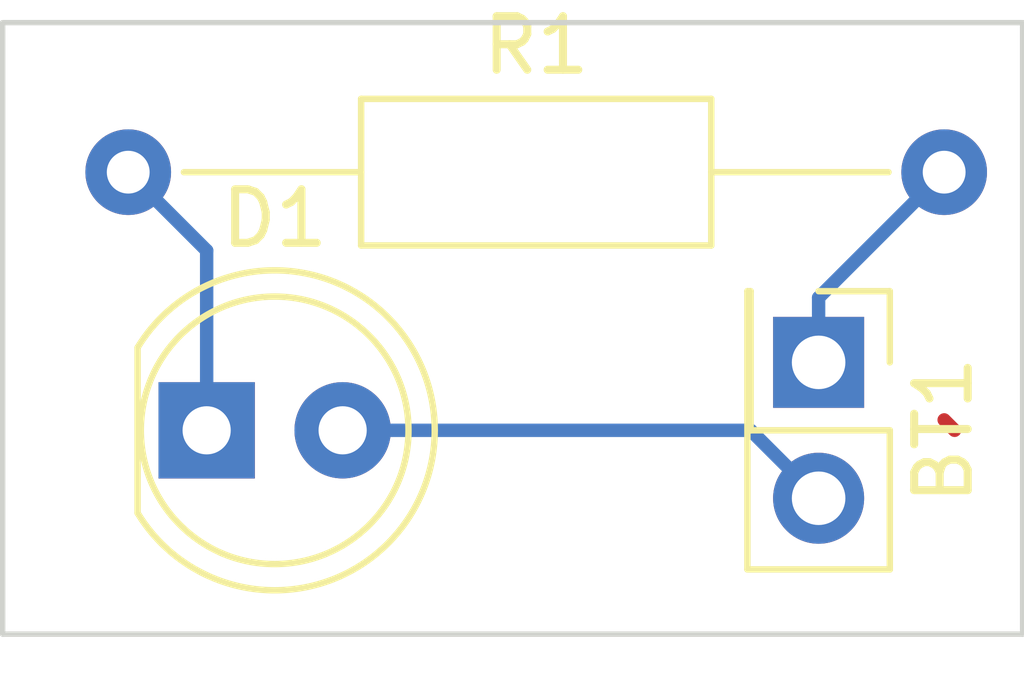
<source format=kicad_pcb>
(kicad_pcb (version 20171130) (host pcbnew "(5.1.12)-1")

  (general
    (thickness 1.6)
    (drawings 4)
    (tracks 8)
    (zones 0)
    (modules 3)
    (nets 4)
  )

  (page A4)
  (layers
    (0 F.Cu signal)
    (31 B.Cu signal)
    (32 B.Adhes user)
    (33 F.Adhes user)
    (34 B.Paste user)
    (35 F.Paste user)
    (36 B.SilkS user)
    (37 F.SilkS user)
    (38 B.Mask user)
    (39 F.Mask user)
    (40 Dwgs.User user)
    (41 Cmts.User user)
    (42 Eco1.User user)
    (43 Eco2.User user)
    (44 Edge.Cuts user)
    (45 Margin user)
    (46 B.CrtYd user)
    (47 F.CrtYd user)
    (48 B.Fab user)
    (49 F.Fab user)
  )

  (setup
    (last_trace_width 0.25)
    (trace_clearance 0.2)
    (zone_clearance 0.508)
    (zone_45_only no)
    (trace_min 0.2)
    (via_size 0.8)
    (via_drill 0.4)
    (via_min_size 0.4)
    (via_min_drill 0.3)
    (uvia_size 0.3)
    (uvia_drill 0.1)
    (uvias_allowed no)
    (uvia_min_size 0.2)
    (uvia_min_drill 0.1)
    (edge_width 0.05)
    (segment_width 0.2)
    (pcb_text_width 0.3)
    (pcb_text_size 1.5 1.5)
    (mod_edge_width 0.12)
    (mod_text_size 1 1)
    (mod_text_width 0.15)
    (pad_size 1.524 1.524)
    (pad_drill 0.762)
    (pad_to_mask_clearance 0)
    (aux_axis_origin 0 0)
    (visible_elements FFFFFF7F)
    (pcbplotparams
      (layerselection 0x010fc_ffffffff)
      (usegerberextensions false)
      (usegerberattributes true)
      (usegerberadvancedattributes true)
      (creategerberjobfile true)
      (excludeedgelayer true)
      (linewidth 0.100000)
      (plotframeref false)
      (viasonmask false)
      (mode 1)
      (useauxorigin false)
      (hpglpennumber 1)
      (hpglpenspeed 20)
      (hpglpendiameter 15.000000)
      (psnegative false)
      (psa4output false)
      (plotreference true)
      (plotvalue true)
      (plotinvisibletext false)
      (padsonsilk false)
      (subtractmaskfromsilk false)
      (outputformat 1)
      (mirror false)
      (drillshape 1)
      (scaleselection 1)
      (outputdirectory ""))
  )

  (net 0 "")
  (net 1 "Net-(BT1-Pad1)")
  (net 2 "Net-(BT1-Pad2)")
  (net 3 "Net-(D1-Pad1)")

  (net_class Default "This is the default net class."
    (clearance 0.2)
    (trace_width 0.25)
    (via_dia 0.8)
    (via_drill 0.4)
    (uvia_dia 0.3)
    (uvia_drill 0.1)
    (add_net "Net-(BT1-Pad1)")
    (add_net "Net-(BT1-Pad2)")
    (add_net "Net-(D1-Pad1)")
  )

  (module Connector_PinHeader_2.54mm:PinHeader_2x01_P2.54mm_Vertical (layer F.Cu) (tedit 59FED5CC) (tstamp 61C2B654)
    (at 132.08 96.52 270)
    (descr "Through hole straight pin header, 2x01, 2.54mm pitch, double rows")
    (tags "Through hole pin header THT 2x01 2.54mm double row")
    (path /61C2851F)
    (fp_text reference BT1 (at 1.27 -2.33 90) (layer F.SilkS)
      (effects (font (size 1 1) (thickness 0.15)))
    )
    (fp_text value 9V (at 1.27 2.33 90) (layer F.Fab)
      (effects (font (size 1 1) (thickness 0.15)))
    )
    (fp_line (start 4.35 -1.8) (end -1.8 -1.8) (layer F.CrtYd) (width 0.05))
    (fp_line (start 4.35 1.8) (end 4.35 -1.8) (layer F.CrtYd) (width 0.05))
    (fp_line (start -1.8 1.8) (end 4.35 1.8) (layer F.CrtYd) (width 0.05))
    (fp_line (start -1.8 -1.8) (end -1.8 1.8) (layer F.CrtYd) (width 0.05))
    (fp_line (start -1.33 -1.33) (end 0 -1.33) (layer F.SilkS) (width 0.12))
    (fp_line (start -1.33 0) (end -1.33 -1.33) (layer F.SilkS) (width 0.12))
    (fp_line (start 1.27 -1.33) (end 3.87 -1.33) (layer F.SilkS) (width 0.12))
    (fp_line (start 1.27 1.27) (end 1.27 -1.33) (layer F.SilkS) (width 0.12))
    (fp_line (start -1.33 1.27) (end 1.27 1.27) (layer F.SilkS) (width 0.12))
    (fp_line (start 3.87 -1.33) (end 3.87 1.33) (layer F.SilkS) (width 0.12))
    (fp_line (start -1.33 1.27) (end -1.33 1.33) (layer F.SilkS) (width 0.12))
    (fp_line (start -1.33 1.33) (end 3.87 1.33) (layer F.SilkS) (width 0.12))
    (fp_line (start -1.27 0) (end 0 -1.27) (layer F.Fab) (width 0.1))
    (fp_line (start -1.27 1.27) (end -1.27 0) (layer F.Fab) (width 0.1))
    (fp_line (start 3.81 1.27) (end -1.27 1.27) (layer F.Fab) (width 0.1))
    (fp_line (start 3.81 -1.27) (end 3.81 1.27) (layer F.Fab) (width 0.1))
    (fp_line (start 0 -1.27) (end 3.81 -1.27) (layer F.Fab) (width 0.1))
    (fp_text user %R (at 1.27 0) (layer F.Fab)
      (effects (font (size 1 1) (thickness 0.15)))
    )
    (pad 1 thru_hole rect (at 0 0 270) (size 1.7 1.7) (drill 1) (layers *.Cu *.Mask)
      (net 1 "Net-(BT1-Pad1)"))
    (pad 2 thru_hole oval (at 2.54 0 270) (size 1.7 1.7) (drill 1) (layers *.Cu *.Mask)
      (net 2 "Net-(BT1-Pad2)"))
    (model ${KISYS3DMOD}/Connector_PinHeader_2.54mm.3dshapes/PinHeader_2x01_P2.54mm_Vertical.wrl
      (at (xyz 0 0 0))
      (scale (xyz 1 1 1))
      (rotate (xyz 0 0 0))
    )
  )

  (module LED_THT:LED_D5.0mm (layer F.Cu) (tedit 5995936A) (tstamp 61C2B666)
    (at 120.65 97.79)
    (descr "LED, diameter 5.0mm, 2 pins, http://cdn-reichelt.de/documents/datenblatt/A500/LL-504BC2E-009.pdf")
    (tags "LED diameter 5.0mm 2 pins")
    (path /61C272ED)
    (fp_text reference D1 (at 1.27 -3.96) (layer F.SilkS)
      (effects (font (size 1 1) (thickness 0.15)))
    )
    (fp_text value LED (at 1.27 3.96) (layer F.Fab)
      (effects (font (size 1 1) (thickness 0.15)))
    )
    (fp_line (start 4.5 -3.25) (end -1.95 -3.25) (layer F.CrtYd) (width 0.05))
    (fp_line (start 4.5 3.25) (end 4.5 -3.25) (layer F.CrtYd) (width 0.05))
    (fp_line (start -1.95 3.25) (end 4.5 3.25) (layer F.CrtYd) (width 0.05))
    (fp_line (start -1.95 -3.25) (end -1.95 3.25) (layer F.CrtYd) (width 0.05))
    (fp_line (start -1.29 -1.545) (end -1.29 1.545) (layer F.SilkS) (width 0.12))
    (fp_line (start -1.23 -1.469694) (end -1.23 1.469694) (layer F.Fab) (width 0.1))
    (fp_circle (center 1.27 0) (end 3.77 0) (layer F.SilkS) (width 0.12))
    (fp_circle (center 1.27 0) (end 3.77 0) (layer F.Fab) (width 0.1))
    (fp_arc (start 1.27 0) (end -1.23 -1.469694) (angle 299.1) (layer F.Fab) (width 0.1))
    (fp_arc (start 1.27 0) (end -1.29 -1.54483) (angle 148.9) (layer F.SilkS) (width 0.12))
    (fp_arc (start 1.27 0) (end -1.29 1.54483) (angle -148.9) (layer F.SilkS) (width 0.12))
    (fp_text user %R (at 1.25 0) (layer F.Fab)
      (effects (font (size 0.8 0.8) (thickness 0.2)))
    )
    (pad 1 thru_hole rect (at 0 0) (size 1.8 1.8) (drill 0.9) (layers *.Cu *.Mask)
      (net 3 "Net-(D1-Pad1)"))
    (pad 2 thru_hole circle (at 2.54 0) (size 1.8 1.8) (drill 0.9) (layers *.Cu *.Mask)
      (net 2 "Net-(BT1-Pad2)"))
    (model ${KISYS3DMOD}/LED_THT.3dshapes/LED_D5.0mm.wrl
      (at (xyz 0 0 0))
      (scale (xyz 1 1 1))
      (rotate (xyz 0 0 0))
    )
  )

  (module Resistor_THT:R_Axial_DIN0207_L6.3mm_D2.5mm_P15.24mm_Horizontal (layer F.Cu) (tedit 5AE5139B) (tstamp 61C2B67D)
    (at 119.185001 92.965001)
    (descr "Resistor, Axial_DIN0207 series, Axial, Horizontal, pin pitch=15.24mm, 0.25W = 1/4W, length*diameter=6.3*2.5mm^2, http://cdn-reichelt.de/documents/datenblatt/B400/1_4W%23YAG.pdf")
    (tags "Resistor Axial_DIN0207 series Axial Horizontal pin pitch 15.24mm 0.25W = 1/4W length 6.3mm diameter 2.5mm")
    (path /61C25466)
    (fp_text reference R1 (at 7.62 -2.37) (layer F.SilkS)
      (effects (font (size 1 1) (thickness 0.15)))
    )
    (fp_text value 470 (at 7.62 2.37) (layer F.Fab)
      (effects (font (size 1 1) (thickness 0.15)))
    )
    (fp_line (start 16.29 -1.5) (end -1.05 -1.5) (layer F.CrtYd) (width 0.05))
    (fp_line (start 16.29 1.5) (end 16.29 -1.5) (layer F.CrtYd) (width 0.05))
    (fp_line (start -1.05 1.5) (end 16.29 1.5) (layer F.CrtYd) (width 0.05))
    (fp_line (start -1.05 -1.5) (end -1.05 1.5) (layer F.CrtYd) (width 0.05))
    (fp_line (start 14.2 0) (end 10.89 0) (layer F.SilkS) (width 0.12))
    (fp_line (start 1.04 0) (end 4.35 0) (layer F.SilkS) (width 0.12))
    (fp_line (start 10.89 -1.37) (end 4.35 -1.37) (layer F.SilkS) (width 0.12))
    (fp_line (start 10.89 1.37) (end 10.89 -1.37) (layer F.SilkS) (width 0.12))
    (fp_line (start 4.35 1.37) (end 10.89 1.37) (layer F.SilkS) (width 0.12))
    (fp_line (start 4.35 -1.37) (end 4.35 1.37) (layer F.SilkS) (width 0.12))
    (fp_line (start 15.24 0) (end 10.77 0) (layer F.Fab) (width 0.1))
    (fp_line (start 0 0) (end 4.47 0) (layer F.Fab) (width 0.1))
    (fp_line (start 10.77 -1.25) (end 4.47 -1.25) (layer F.Fab) (width 0.1))
    (fp_line (start 10.77 1.25) (end 10.77 -1.25) (layer F.Fab) (width 0.1))
    (fp_line (start 4.47 1.25) (end 10.77 1.25) (layer F.Fab) (width 0.1))
    (fp_line (start 4.47 -1.25) (end 4.47 1.25) (layer F.Fab) (width 0.1))
    (fp_text user %R (at 7.62 0) (layer F.Fab)
      (effects (font (size 1 1) (thickness 0.15)))
    )
    (pad 1 thru_hole circle (at 0 0) (size 1.6 1.6) (drill 0.8) (layers *.Cu *.Mask)
      (net 3 "Net-(D1-Pad1)"))
    (pad 2 thru_hole oval (at 15.24 0) (size 1.6 1.6) (drill 0.8) (layers *.Cu *.Mask)
      (net 1 "Net-(BT1-Pad1)"))
    (model ${KISYS3DMOD}/Resistor_THT.3dshapes/R_Axial_DIN0207_L6.3mm_D2.5mm_P15.24mm_Horizontal.wrl
      (at (xyz 0 0 0))
      (scale (xyz 1 1 1))
      (rotate (xyz 0 0 0))
    )
  )

  (gr_line (start 135.89 90.17) (end 135.89 101.6) (layer Edge.Cuts) (width 0.1))
  (gr_line (start 116.84 90.17) (end 135.89 90.17) (layer Edge.Cuts) (width 0.1))
  (gr_line (start 116.84 101.6) (end 116.84 90.17) (layer Edge.Cuts) (width 0.1))
  (gr_line (start 135.89 101.6) (end 116.84 101.6) (layer Edge.Cuts) (width 0.1))

  (segment (start 134.425001 97.595001) (end 134.62 97.79) (width 0.25) (layer F.Cu) (net 1))
  (segment (start 132.08 95.310002) (end 134.425001 92.965001) (width 0.25) (layer B.Cu) (net 1))
  (segment (start 132.08 96.52) (end 132.08 95.310002) (width 0.25) (layer B.Cu) (net 1))
  (segment (start 130.81 97.79) (end 132.08 99.06) (width 0.25) (layer B.Cu) (net 2))
  (segment (start 123.19 97.79) (end 130.81 97.79) (width 0.25) (layer B.Cu) (net 2))
  (segment (start 119.38 93.16) (end 119.185001 92.965001) (width 0.25) (layer F.Cu) (net 3))
  (segment (start 120.65 94.43) (end 119.185001 92.965001) (width 0.25) (layer B.Cu) (net 3))
  (segment (start 120.65 97.79) (end 120.65 94.43) (width 0.25) (layer B.Cu) (net 3))

)

</source>
